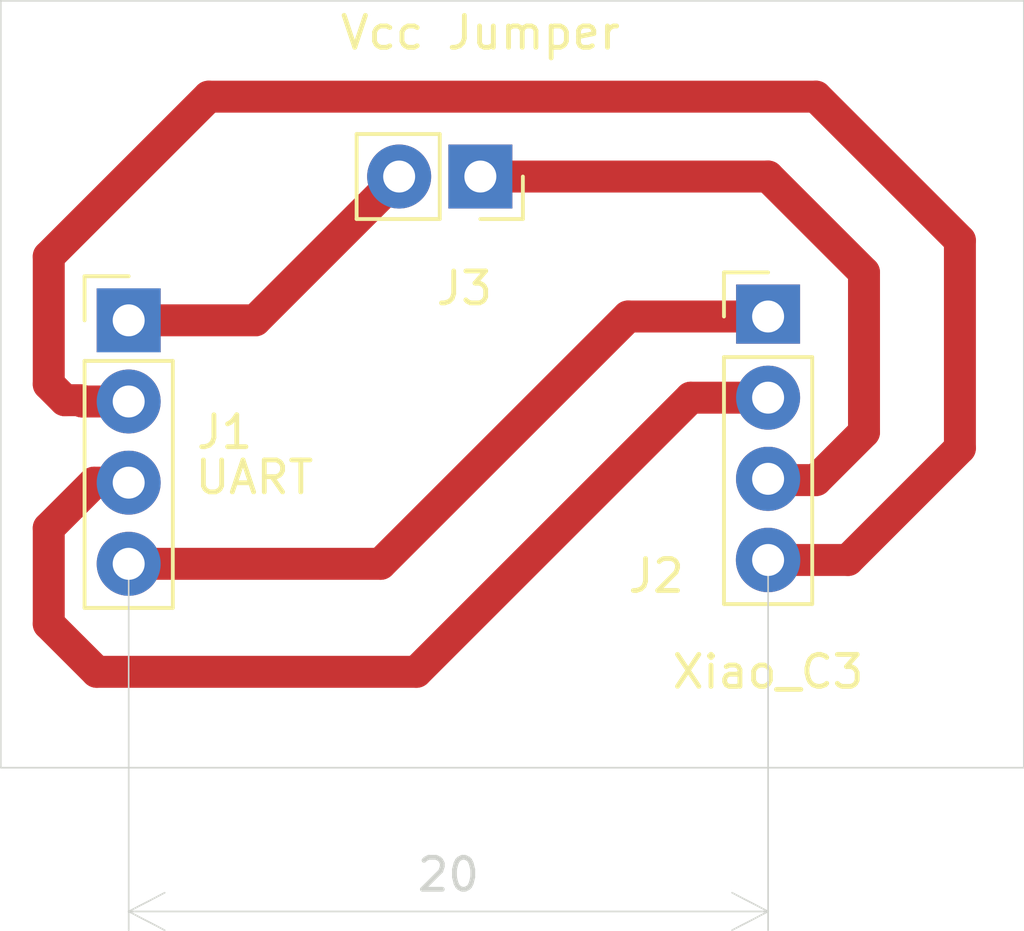
<source format=kicad_pcb>
(kicad_pcb (version 20241229) (generator "pcbnew") (generator_version "9.0")
  (title_block (title "Xiao C3 adapter board") (rev "0"))
  (layers (0 "F.Cu" signal) (2 "B.Cu" signal) (13 "F.Paste" user) (15 "B.Paste" user) (5 "F.SilkS" user "F.Silkscreen") (7 "B.SilkS" user "B.Silkscreen") (1 "F.Mask" user) (3 "B.Mask" user) (25 "Edge.Cuts" user))
  (net 0 "")
  (net 1 "Net-(J1-Tx)")
  (net 2 "Net-(J1-Gnd)")
  (net 3 "Net-(J1-Vcc)")
  (net 4 "Net-(J1-Rx)")
  (net 5 "Net-(J2-3v3)")
  (footprint "Connector_PinHeader_2.54mm:PinHeader_1x04_P2.54mm_Vertical" (layer "F.Cu") (at 90 41.88)
    (property "Reference" "J2" (at -3.5 8.12 0) (layer "F.SilkS"))
    (property "Value" "Xiao_C3" (at 0 11.12 0) (layer "F.SilkS"))
    (fp_line (start -1.38 -1.38) (end 0 -1.38) (stroke (width 0.12)) (layer "F.SilkS"))
    (fp_line (start -1.38 0) (end -1.38 -1.38) (stroke (width 0.12)) (layer "F.SilkS"))
    (fp_line (start -1.38 1.27) (end -1.38 9) (stroke (width 0.12)) (layer "F.SilkS"))
    (fp_line (start -1.38 1.27) (end 1.38 1.27) (stroke (width 0.12)) (layer "F.SilkS"))
    (fp_line (start -1.38 9) (end 1.38 9) (stroke (width 0.12)) (layer "F.SilkS"))
    (fp_line (start 1.38 1.27) (end 1.38 9) (stroke (width 0.12)) (layer "F.SilkS"))
    (pad "1" thru_hole rect (at 0 0) (size 2 1.85) (drill 1 (offset 0 -0.075)) (layers "*.Cu" "*.Mask") (net 4 "Net-(J1-Rx)"))
    (pad "2" thru_hole circle (at 0 2.54) (size 2.0016 2.0016) (drill 1) (layers "*.Cu" "*.Mask") (net 1 "Net-(J1-Tx)"))
    (pad "3" thru_hole circle (at 0 5.08) (size 2.00639 2.00639) (drill 1) (layers "*.Cu" "*.Mask") (net 5 "Net-(J2-3v3)"))
    (pad "4" thru_hole circle (at 0 7.62) (size 2.014348 2.014348) (drill 1) (layers "*.Cu" "*.Mask") (net 2 "Net-(J1-Gnd)"))
  )
  (footprint "Connector_PinHeader_2.54mm:PinHeader_1x04_P2.54mm_Vertical" (layer "F.Cu") (at 70 42)
    (property "Reference" "J1" (at 3 3.5 0) (layer "F.SilkS"))
    (property "Value" "RustyBugA_UART" (hide yes))
    (fp_line (start -1.38 -1.38) (end 0 -1.38) (stroke (width 0.12)) (layer "F.SilkS"))
    (fp_line (start -1.38 0) (end -1.38 -1.38) (stroke (width 0.12)) (layer "F.SilkS"))
    (fp_line (start -1.38 1.27) (end -1.38 9) (stroke (width 0.12)) (layer "F.SilkS"))
    (fp_line (start -1.38 1.27) (end 1.38 1.27) (stroke (width 0.12)) (layer "F.SilkS"))
    (fp_line (start -1.38 9) (end 1.38 9) (stroke (width 0.12)) (layer "F.SilkS"))
    (fp_line (start 1.38 1.27) (end 1.38 9) (stroke (width 0.12)) (layer "F.SilkS"))
    (pad "1" thru_hole roundrect (at 0 0) (size 2 2) (drill 1) (layers "*.Cu" "*.Mask") (roundrect_rratio 0) (chamfer_ratio 0.2) (chamfer) (net 3 "Net-(J1-Vcc)"))
    (pad "2" thru_hole circle (at 0 2.54) (size 2 2) (drill 1) (layers "*.Cu" "*.Mask") (net 2 "Net-(J1-Gnd)"))
    (pad "3" thru_hole circle (at 0 5.08) (size 2 2) (drill 1) (layers "*.Cu" "*.Mask") (net 1 "Net-(J1-Tx)"))
    (pad "4" thru_hole circle (at 0 7.62) (size 2 2) (drill 1) (layers "*.Cu" "*.Mask") (net 4 "Net-(J1-Rx)"))
  )
  (footprint "Connector_PinSocket_2.54mm:PinSocket_1x02_P2.54mm_Vertical" (layer "F.Cu") (at 81 37.5 -90)
    (property "Reference" "J3" (at 3.5 0.5 0) (layer "F.SilkS"))
    (property "Value" "Vcc Jumper" (at -4.5 0 180) (layer "F.SilkS"))
    (fp_line (start -1.33 3.87) (end 1.33 3.87) (stroke (width 0.12)) (layer "F.SilkS"))
    (fp_line (start -1.33 1.27) (end -1.33 3.87) (stroke (width 0.12)) (layer "F.SilkS"))
    (fp_line (start -1.33 1.27) (end 1.33 1.27) (stroke (width 0.12)) (layer "F.SilkS"))
    (fp_line (start 1.33 1.27) (end 1.33 3.87) (stroke (width 0.12)) (layer "F.SilkS"))
    (fp_line (start 0 -1.33) (end 1.33 -1.33) (stroke (width 0.12)) (layer "F.SilkS"))
    (fp_line (start 1.33 -1.33) (end 1.33 0) (stroke (width 0.12)) (layer "F.SilkS"))
    (pad "1" thru_hole rect (at 0 0 270) (size 2 2) (drill 1) (layers "*.Cu" "*.Mask") (net 5 "Net-(J2-3v3)"))
    (pad "2" thru_hole circle (at 0 2.54 270) (size 2.0016 2.0016) (drill 1) (layers "*.Cu" "*.Mask") (net 3 "Net-(J1-Vcc)"))
  )
  (gr_rect (start 66 32) (end 98 56) (stroke (width 0.05)) (fill no) (layer "Edge.Cuts"))
  (gr_text "UART\n" (at 72 47.5 0) (layer "F.SilkS") (effects (font (size 1 1)) (justify left bottom)))
  (dimension (type orthogonal) (layer "Edge.Cuts") (pts (xy 70 49.5) (xy 90 49.5)) (height 11) (orientation 0) (format (prefix "") (suffix "") (units 3) (units_format 0) (precision 4) (suppress_zeroes yes)) (style (thickness 0.05) (arrow_length 1.27) (text_position_mode 0) (arrow_direction outward) (extension_height 0.58642) (extension_offset 0.5) (keep_text_aligned yes)) (gr_text "20" (at 80 59.35 0) (layer "Edge.Cuts") (effects (font (size 1 1) (thickness 0.15)))))
  (segment (start 87.58 44.42) (end 79 53) (width 1) (layer "F.Cu") (net 1))
  (segment (start 67.5 51.5) (end 67.5 48.5) (width 1) (layer "F.Cu") (net 1))
  (segment (start 67.5 48.5) (end 68.92 47.08) (width 1) (layer "F.Cu") (net 1))
  (segment (start 79 53) (end 69 53) (width 1) (layer "F.Cu") (net 1))
  (segment (start 69 53) (end 67.5 51.5) (width 1) (layer "F.Cu") (net 1))
  (segment (start 68.92 47.08) (end 70 47.08) (width 1) (layer "F.Cu") (net 1))
  (segment (start 90 44.42) (end 87.58 44.42) (width 1) (layer "F.Cu") (net 1))
  (segment (start 68 44.5) (end 68.5 44.5) (width 1) (layer "F.Cu") (net 2))
  (segment (start 68.5 44.5) (end 68.54 44.54) (width 1) (layer "F.Cu") (net 2))
  (segment (start 92.5 49.5) (end 96 46) (width 1) (layer "F.Cu") (net 2))
  (segment (start 67.5 44) (end 68 44.5) (width 1) (layer "F.Cu") (net 2))
  (segment (start 96 46) (end 96 39.5) (width 1) (layer "F.Cu") (net 2))
  (segment (start 67.5 40) (end 67.5 44) (width 1) (layer "F.Cu") (net 2))
  (segment (start 91.5 35) (end 72.5 35) (width 1) (layer "F.Cu") (net 2))
  (segment (start 96 39.5) (end 91.5 35) (width 1) (layer "F.Cu") (net 2))
  (segment (start 68.54 44.54) (end 70 44.54) (width 1) (layer "F.Cu") (net 2))
  (segment (start 72.5 35) (end 67.5 40) (width 1) (layer "F.Cu") (net 2))
  (segment (start 90 49.5) (end 92.5 49.5) (width 1) (layer "F.Cu") (net 2))
  (segment (start 70 42) (end 73.96 42) (width 1) (layer "F.Cu") (net 3))
  (segment (start 73.96 42) (end 78.46 37.5) (width 1) (layer "F.Cu") (net 3))
  (segment (start 90 41.88) (end 85.62 41.88) (width 1) (layer "F.Cu") (net 4))
  (segment (start 85.62 41.88) (end 77.88 49.62) (width 1) (layer "F.Cu") (net 4))
  (segment (start 77.88 49.62) (end 70 49.62) (width 1) (layer "F.Cu") (net 4))
  (segment (start 93 40.5) (end 93 45.5) (width 1) (layer "F.Cu") (net 5))
  (segment (start 91.5 47) (end 90.04 47) (width 1) (layer "F.Cu") (net 5))
  (segment (start 90.04 47) (end 90 46.96) (width 0.2) (layer "F.Cu") (net 5))
  (segment (start 81 37.5) (end 90 37.5) (width 1) (layer "F.Cu") (net 5))
  (segment (start 90 37.5) (end 93 40.5) (width 1) (layer "F.Cu") (net 5))
  (segment (start 93 45.5) (end 91.5 47) (width 1) (layer "F.Cu") (net 5))
)
</source>
